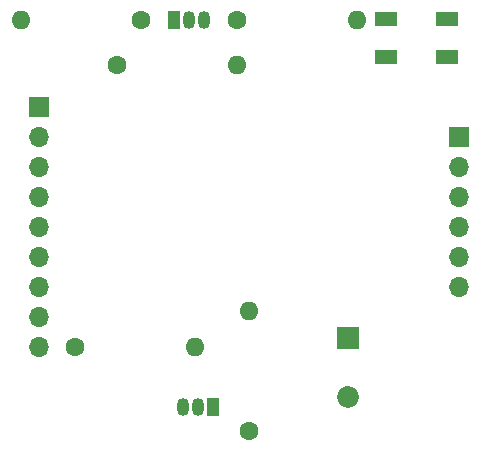
<source format=gbr>
G04 #@! TF.GenerationSoftware,KiCad,Pcbnew,5.1.6-c6e7f7d~87~ubuntu20.04.1*
G04 #@! TF.CreationDate,2020-07-24T16:02:03-06:00*
G04 #@! TF.ProjectId,heimdall_outsideboard,6865696d-6461-46c6-9c5f-6f7574736964,0.3*
G04 #@! TF.SameCoordinates,Original*
G04 #@! TF.FileFunction,Soldermask,Top*
G04 #@! TF.FilePolarity,Negative*
%FSLAX46Y46*%
G04 Gerber Fmt 4.6, Leading zero omitted, Abs format (unit mm)*
G04 Created by KiCad (PCBNEW 5.1.6-c6e7f7d~87~ubuntu20.04.1) date 2020-07-24 16:02:03*
%MOMM*%
%LPD*%
G01*
G04 APERTURE LIST*
%ADD10R,1.700000X1.700000*%
%ADD11O,1.700000X1.700000*%
%ADD12R,1.850000X1.850000*%
%ADD13C,1.850000*%
%ADD14R,1.854200X1.201420*%
%ADD15R,1.050000X1.500000*%
%ADD16O,1.050000X1.500000*%
%ADD17O,1.600000X1.600000*%
%ADD18C,1.600000*%
G04 APERTURE END LIST*
D10*
G04 #@! TO.C,Inside Board*
X54102000Y-86868000D03*
D11*
X54102000Y-89408000D03*
X54102000Y-91948000D03*
X54102000Y-94488000D03*
X54102000Y-97028000D03*
X54102000Y-99568000D03*
X54102000Y-102108000D03*
X54102000Y-104648000D03*
X54102000Y-107188000D03*
G04 #@! TD*
D12*
G04 #@! TO.C,Buzzer*
X80264000Y-106426000D03*
D13*
X80264000Y-111426000D03*
G04 #@! TD*
D14*
G04 #@! TO.C,D1*
X83530440Y-79428340D03*
X83530440Y-82623660D03*
X88681560Y-82623660D03*
X88681560Y-79428340D03*
G04 #@! TD*
D10*
G04 #@! TO.C,RFID Module*
X89662000Y-89408000D03*
D11*
X89662000Y-91948000D03*
X89662000Y-94488000D03*
X89662000Y-97028000D03*
X89662000Y-99568000D03*
X89662000Y-102108000D03*
G04 #@! TD*
D15*
G04 #@! TO.C,2N3904*
X68834000Y-112268000D03*
D16*
X66294000Y-112268000D03*
X67564000Y-112268000D03*
G04 #@! TD*
G04 #@! TO.C,2N7000*
X66802000Y-79502000D03*
X68072000Y-79502000D03*
D15*
X65532000Y-79502000D03*
G04 #@! TD*
D17*
G04 #@! TO.C,10k*
X52578000Y-79502000D03*
D18*
X62738000Y-79502000D03*
G04 #@! TD*
G04 #@! TO.C,1k*
X57150000Y-107188000D03*
D17*
X67310000Y-107188000D03*
G04 #@! TD*
D18*
G04 #@! TO.C,1k*
X71882000Y-114300000D03*
D17*
X71882000Y-104140000D03*
G04 #@! TD*
G04 #@! TO.C,10k*
X70866000Y-83312000D03*
D18*
X60706000Y-83312000D03*
G04 #@! TD*
G04 #@! TO.C,470*
X70866000Y-79502000D03*
D17*
X81026000Y-79502000D03*
G04 #@! TD*
M02*

</source>
